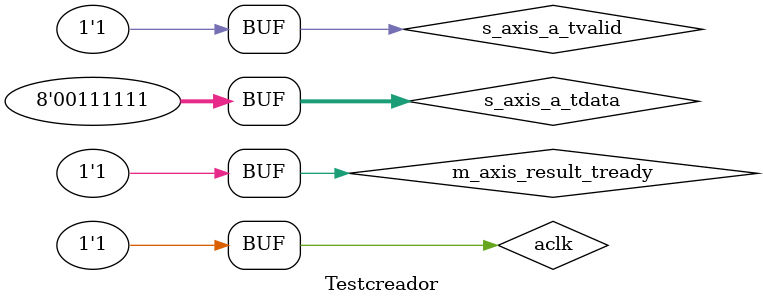
<source format=v>
`timescale 1ns / 1ps


module Testcreador;

	// Inputs
	reg aclk;
	reg s_axis_a_tvalid;
	reg m_axis_result_tready;
	reg [7:0] s_axis_a_tdata;

	// Outputs
	wire s_axis_a_tready;
	wire m_axis_result_tvalid;
	wire [15:0] m_axis_result_tdata;

	// Instantiate the Unit Under Test (UUT)
	creadorFloat uut (
		.aclk(aclk), 
		.s_axis_a_tvalid(s_axis_a_tvalid), 
		.m_axis_result_tready(m_axis_result_tready), 
		.s_axis_a_tready(s_axis_a_tready), 
		.m_axis_result_tvalid(m_axis_result_tvalid), 
		.s_axis_a_tdata(s_axis_a_tdata), 
		.m_axis_result_tdata(m_axis_result_tdata)
	);

	initial begin
		// Initialize Inputs
		
		s_axis_a_tvalid = 1;
		m_axis_result_tready = 1;
		s_axis_a_tdata = 8'b00111111 ;
	
	end
      
	always begin 
	aclk=0;#10;
	aclk=1;#10;
	end
endmodule


</source>
